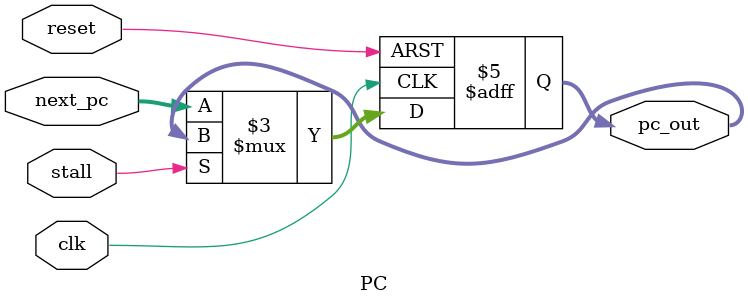
<source format=v>
module PC(
    input clk,
    input reset,
    input stall,             
    input [31:0] next_pc,    // La siguiente dirección
    output reg [31:0] pc_out // La dirección actual
);

    always @(posedge clk or posedge reset) begin
        if (reset) begin
            pc_out <= 32'b0; //dirección 0
        end
        else if (stall == 0) begin
            pc_out <= next_pc;
        end
    end

endmodule

</source>
